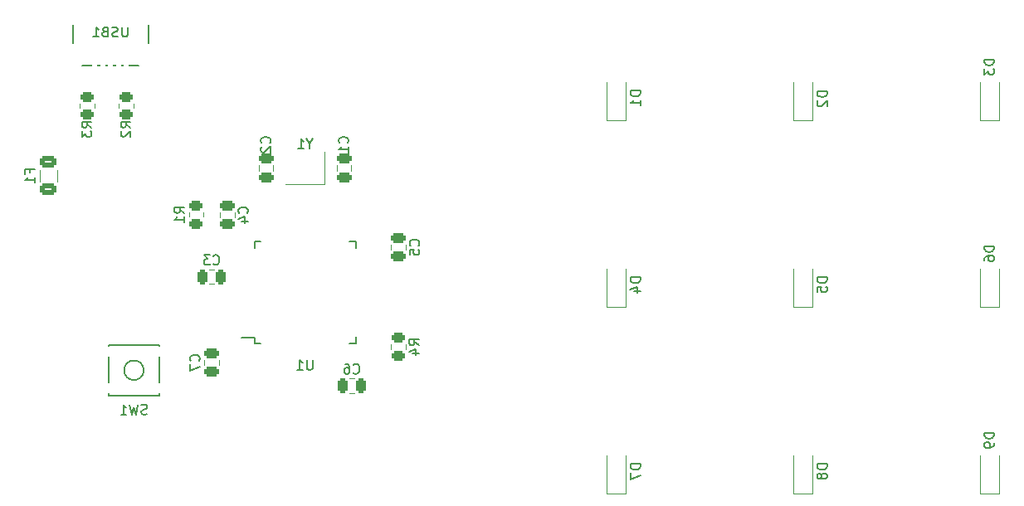
<source format=gbo>
%TF.GenerationSoftware,KiCad,Pcbnew,(6.0.9)*%
%TF.CreationDate,2022-11-30T16:04:33-07:00*%
%TF.ProjectId,nepcropad,6e657063-726f-4706-9164-2e6b69636164,rev?*%
%TF.SameCoordinates,Original*%
%TF.FileFunction,Legend,Bot*%
%TF.FilePolarity,Positive*%
%FSLAX46Y46*%
G04 Gerber Fmt 4.6, Leading zero omitted, Abs format (unit mm)*
G04 Created by KiCad (PCBNEW (6.0.9)) date 2022-11-30 16:04:33*
%MOMM*%
%LPD*%
G01*
G04 APERTURE LIST*
G04 Aperture macros list*
%AMRoundRect*
0 Rectangle with rounded corners*
0 $1 Rounding radius*
0 $2 $3 $4 $5 $6 $7 $8 $9 X,Y pos of 4 corners*
0 Add a 4 corners polygon primitive as box body*
4,1,4,$2,$3,$4,$5,$6,$7,$8,$9,$2,$3,0*
0 Add four circle primitives for the rounded corners*
1,1,$1+$1,$2,$3*
1,1,$1+$1,$4,$5*
1,1,$1+$1,$6,$7*
1,1,$1+$1,$8,$9*
0 Add four rect primitives between the rounded corners*
20,1,$1+$1,$2,$3,$4,$5,0*
20,1,$1+$1,$4,$5,$6,$7,0*
20,1,$1+$1,$6,$7,$8,$9,0*
20,1,$1+$1,$8,$9,$2,$3,0*%
%AMHorizOval*
0 Thick line with rounded ends*
0 $1 width*
0 $2 $3 position (X,Y) of the first rounded end (center of the circle)*
0 $4 $5 position (X,Y) of the second rounded end (center of the circle)*
0 Add line between two ends*
20,1,$1,$2,$3,$4,$5,0*
0 Add two circle primitives to create the rounded ends*
1,1,$1,$2,$3*
1,1,$1,$4,$5*%
G04 Aperture macros list end*
%ADD10C,0.150000*%
%ADD11C,0.120000*%
%ADD12C,1.750000*%
%ADD13C,3.987800*%
%ADD14HorizOval,2.250000X0.655001X0.730000X-0.655001X-0.730000X0*%
%ADD15C,2.250000*%
%ADD16HorizOval,2.250000X0.020000X0.290000X-0.020000X-0.290000X0*%
%ADD17R,1.200000X0.900000*%
%ADD18RoundRect,0.250000X0.250000X0.475000X-0.250000X0.475000X-0.250000X-0.475000X0.250000X-0.475000X0*%
%ADD19RoundRect,0.250000X-0.450000X0.262500X-0.450000X-0.262500X0.450000X-0.262500X0.450000X0.262500X0*%
%ADD20RoundRect,0.250000X-0.625000X0.375000X-0.625000X-0.375000X0.625000X-0.375000X0.625000X0.375000X0*%
%ADD21R,0.500000X2.250000*%
%ADD22O,1.700000X2.700000*%
%ADD23R,1.800000X1.100000*%
%ADD24RoundRect,0.250000X-0.475000X0.250000X-0.475000X-0.250000X0.475000X-0.250000X0.475000X0.250000X0*%
%ADD25RoundRect,0.250000X0.475000X-0.250000X0.475000X0.250000X-0.475000X0.250000X-0.475000X-0.250000X0*%
%ADD26R,1.500000X0.550000*%
%ADD27R,0.550000X1.500000*%
%ADD28R,1.400000X1.200000*%
%ADD29RoundRect,0.250000X0.450000X-0.262500X0.450000X0.262500X-0.450000X0.262500X-0.450000X-0.262500X0*%
G04 APERTURE END LIST*
D10*
%TO.C,D2*%
X164377380Y-70761904D02*
X163377380Y-70761904D01*
X163377380Y-71000000D01*
X163425000Y-71142857D01*
X163520238Y-71238095D01*
X163615476Y-71285714D01*
X163805952Y-71333333D01*
X163948809Y-71333333D01*
X164139285Y-71285714D01*
X164234523Y-71238095D01*
X164329761Y-71142857D01*
X164377380Y-71000000D01*
X164377380Y-70761904D01*
X163472619Y-71714285D02*
X163425000Y-71761904D01*
X163377380Y-71857142D01*
X163377380Y-72095238D01*
X163425000Y-72190476D01*
X163472619Y-72238095D01*
X163567857Y-72285714D01*
X163663095Y-72285714D01*
X163805952Y-72238095D01*
X164377380Y-71666666D01*
X164377380Y-72285714D01*
%TO.C,D5*%
X164377380Y-89749404D02*
X163377380Y-89749404D01*
X163377380Y-89987500D01*
X163425000Y-90130357D01*
X163520238Y-90225595D01*
X163615476Y-90273214D01*
X163805952Y-90320833D01*
X163948809Y-90320833D01*
X164139285Y-90273214D01*
X164234523Y-90225595D01*
X164329761Y-90130357D01*
X164377380Y-89987500D01*
X164377380Y-89749404D01*
X163377380Y-91225595D02*
X163377380Y-90749404D01*
X163853571Y-90701785D01*
X163805952Y-90749404D01*
X163758333Y-90844642D01*
X163758333Y-91082738D01*
X163805952Y-91177976D01*
X163853571Y-91225595D01*
X163948809Y-91273214D01*
X164186904Y-91273214D01*
X164282142Y-91225595D01*
X164329761Y-91177976D01*
X164377380Y-91082738D01*
X164377380Y-90844642D01*
X164329761Y-90749404D01*
X164282142Y-90701785D01*
%TO.C,D4*%
X145327380Y-89749404D02*
X144327380Y-89749404D01*
X144327380Y-89987500D01*
X144375000Y-90130357D01*
X144470238Y-90225595D01*
X144565476Y-90273214D01*
X144755952Y-90320833D01*
X144898809Y-90320833D01*
X145089285Y-90273214D01*
X145184523Y-90225595D01*
X145279761Y-90130357D01*
X145327380Y-89987500D01*
X145327380Y-89749404D01*
X144660714Y-91177976D02*
X145327380Y-91177976D01*
X144279761Y-90939880D02*
X144994047Y-90701785D01*
X144994047Y-91320833D01*
%TO.C,C3*%
X101766666Y-88370892D02*
X101814285Y-88418511D01*
X101957142Y-88466130D01*
X102052380Y-88466130D01*
X102195238Y-88418511D01*
X102290476Y-88323273D01*
X102338095Y-88228035D01*
X102385714Y-88037559D01*
X102385714Y-87894702D01*
X102338095Y-87704226D01*
X102290476Y-87608988D01*
X102195238Y-87513750D01*
X102052380Y-87466130D01*
X101957142Y-87466130D01*
X101814285Y-87513750D01*
X101766666Y-87561369D01*
X101433333Y-87466130D02*
X100814285Y-87466130D01*
X101147619Y-87847083D01*
X101004761Y-87847083D01*
X100909523Y-87894702D01*
X100861904Y-87942321D01*
X100814285Y-88037559D01*
X100814285Y-88275654D01*
X100861904Y-88370892D01*
X100909523Y-88418511D01*
X101004761Y-88466130D01*
X101290476Y-88466130D01*
X101385714Y-88418511D01*
X101433333Y-88370892D01*
%TO.C,D6*%
X181427380Y-86574404D02*
X180427380Y-86574404D01*
X180427380Y-86812500D01*
X180475000Y-86955357D01*
X180570238Y-87050595D01*
X180665476Y-87098214D01*
X180855952Y-87145833D01*
X180998809Y-87145833D01*
X181189285Y-87098214D01*
X181284523Y-87050595D01*
X181379761Y-86955357D01*
X181427380Y-86812500D01*
X181427380Y-86574404D01*
X180427380Y-88002976D02*
X180427380Y-87812500D01*
X180475000Y-87717261D01*
X180522619Y-87669642D01*
X180665476Y-87574404D01*
X180855952Y-87526785D01*
X181236904Y-87526785D01*
X181332142Y-87574404D01*
X181379761Y-87622023D01*
X181427380Y-87717261D01*
X181427380Y-87907738D01*
X181379761Y-88002976D01*
X181332142Y-88050595D01*
X181236904Y-88098214D01*
X180998809Y-88098214D01*
X180903571Y-88050595D01*
X180855952Y-88002976D01*
X180808333Y-87907738D01*
X180808333Y-87717261D01*
X180855952Y-87622023D01*
X180903571Y-87574404D01*
X180998809Y-87526785D01*
%TO.C,R2*%
X93321130Y-74445833D02*
X92844940Y-74112500D01*
X93321130Y-73874404D02*
X92321130Y-73874404D01*
X92321130Y-74255357D01*
X92368750Y-74350595D01*
X92416369Y-74398214D01*
X92511607Y-74445833D01*
X92654464Y-74445833D01*
X92749702Y-74398214D01*
X92797321Y-74350595D01*
X92844940Y-74255357D01*
X92844940Y-73874404D01*
X92416369Y-74826785D02*
X92368750Y-74874404D01*
X92321130Y-74969642D01*
X92321130Y-75207738D01*
X92368750Y-75302976D01*
X92416369Y-75350595D01*
X92511607Y-75398214D01*
X92606845Y-75398214D01*
X92749702Y-75350595D01*
X93321130Y-74779166D01*
X93321130Y-75398214D01*
%TO.C,D7*%
X145327380Y-108799404D02*
X144327380Y-108799404D01*
X144327380Y-109037500D01*
X144375000Y-109180357D01*
X144470238Y-109275595D01*
X144565476Y-109323214D01*
X144755952Y-109370833D01*
X144898809Y-109370833D01*
X145089285Y-109323214D01*
X145184523Y-109275595D01*
X145279761Y-109180357D01*
X145327380Y-109037500D01*
X145327380Y-108799404D01*
X144327380Y-109704166D02*
X144327380Y-110370833D01*
X145327380Y-109942261D01*
%TO.C,R3*%
X89352380Y-74445833D02*
X88876190Y-74112500D01*
X89352380Y-73874404D02*
X88352380Y-73874404D01*
X88352380Y-74255357D01*
X88400000Y-74350595D01*
X88447619Y-74398214D01*
X88542857Y-74445833D01*
X88685714Y-74445833D01*
X88780952Y-74398214D01*
X88828571Y-74350595D01*
X88876190Y-74255357D01*
X88876190Y-73874404D01*
X88352380Y-74779166D02*
X88352380Y-75398214D01*
X88733333Y-75064880D01*
X88733333Y-75207738D01*
X88780952Y-75302976D01*
X88828571Y-75350595D01*
X88923809Y-75398214D01*
X89161904Y-75398214D01*
X89257142Y-75350595D01*
X89304761Y-75302976D01*
X89352380Y-75207738D01*
X89352380Y-74922023D01*
X89304761Y-74826785D01*
X89257142Y-74779166D01*
%TO.C,F1*%
X83039821Y-79041666D02*
X83039821Y-78708333D01*
X83563630Y-78708333D02*
X82563630Y-78708333D01*
X82563630Y-79184523D01*
X83563630Y-80089285D02*
X83563630Y-79517857D01*
X83563630Y-79803571D02*
X82563630Y-79803571D01*
X82706488Y-79708333D01*
X82801726Y-79613095D01*
X82849345Y-79517857D01*
%TO.C,USB1*%
X93019345Y-64190630D02*
X93019345Y-65000154D01*
X92971726Y-65095392D01*
X92924107Y-65143011D01*
X92828869Y-65190630D01*
X92638392Y-65190630D01*
X92543154Y-65143011D01*
X92495535Y-65095392D01*
X92447916Y-65000154D01*
X92447916Y-64190630D01*
X92019345Y-65143011D02*
X91876488Y-65190630D01*
X91638392Y-65190630D01*
X91543154Y-65143011D01*
X91495535Y-65095392D01*
X91447916Y-65000154D01*
X91447916Y-64904916D01*
X91495535Y-64809678D01*
X91543154Y-64762059D01*
X91638392Y-64714440D01*
X91828869Y-64666821D01*
X91924107Y-64619202D01*
X91971726Y-64571583D01*
X92019345Y-64476345D01*
X92019345Y-64381107D01*
X91971726Y-64285869D01*
X91924107Y-64238250D01*
X91828869Y-64190630D01*
X91590773Y-64190630D01*
X91447916Y-64238250D01*
X90686011Y-64666821D02*
X90543154Y-64714440D01*
X90495535Y-64762059D01*
X90447916Y-64857297D01*
X90447916Y-65000154D01*
X90495535Y-65095392D01*
X90543154Y-65143011D01*
X90638392Y-65190630D01*
X91019345Y-65190630D01*
X91019345Y-64190630D01*
X90686011Y-64190630D01*
X90590773Y-64238250D01*
X90543154Y-64285869D01*
X90495535Y-64381107D01*
X90495535Y-64476345D01*
X90543154Y-64571583D01*
X90590773Y-64619202D01*
X90686011Y-64666821D01*
X91019345Y-64666821D01*
X89495535Y-65190630D02*
X90066964Y-65190630D01*
X89781250Y-65190630D02*
X89781250Y-64190630D01*
X89876488Y-64333488D01*
X89971726Y-64428726D01*
X90066964Y-64476345D01*
%TO.C,SW1*%
X94995833Y-103687511D02*
X94852976Y-103735130D01*
X94614880Y-103735130D01*
X94519642Y-103687511D01*
X94472023Y-103639892D01*
X94424404Y-103544654D01*
X94424404Y-103449416D01*
X94472023Y-103354178D01*
X94519642Y-103306559D01*
X94614880Y-103258940D01*
X94805357Y-103211321D01*
X94900595Y-103163702D01*
X94948214Y-103116083D01*
X94995833Y-103020845D01*
X94995833Y-102925607D01*
X94948214Y-102830369D01*
X94900595Y-102782750D01*
X94805357Y-102735130D01*
X94567261Y-102735130D01*
X94424404Y-102782750D01*
X94091071Y-102735130D02*
X93852976Y-103735130D01*
X93662500Y-103020845D01*
X93472023Y-103735130D01*
X93233928Y-102735130D01*
X92329166Y-103735130D02*
X92900595Y-103735130D01*
X92614880Y-103735130D02*
X92614880Y-102735130D01*
X92710119Y-102877988D01*
X92805357Y-102973226D01*
X92900595Y-103020845D01*
%TO.C,C7*%
X100277142Y-98258333D02*
X100324761Y-98210714D01*
X100372380Y-98067857D01*
X100372380Y-97972619D01*
X100324761Y-97829761D01*
X100229523Y-97734523D01*
X100134285Y-97686904D01*
X99943809Y-97639285D01*
X99800952Y-97639285D01*
X99610476Y-97686904D01*
X99515238Y-97734523D01*
X99420000Y-97829761D01*
X99372380Y-97972619D01*
X99372380Y-98067857D01*
X99420000Y-98210714D01*
X99467619Y-98258333D01*
X99372380Y-98591666D02*
X99372380Y-99258333D01*
X100372380Y-98829761D01*
%TO.C,R1*%
X98814880Y-83177083D02*
X98338690Y-82843750D01*
X98814880Y-82605654D02*
X97814880Y-82605654D01*
X97814880Y-82986607D01*
X97862500Y-83081845D01*
X97910119Y-83129464D01*
X98005357Y-83177083D01*
X98148214Y-83177083D01*
X98243452Y-83129464D01*
X98291071Y-83081845D01*
X98338690Y-82986607D01*
X98338690Y-82605654D01*
X98814880Y-84129464D02*
X98814880Y-83558035D01*
X98814880Y-83843750D02*
X97814880Y-83843750D01*
X97957738Y-83748511D01*
X98052976Y-83653273D01*
X98100595Y-83558035D01*
%TO.C,D1*%
X145327380Y-70699404D02*
X144327380Y-70699404D01*
X144327380Y-70937500D01*
X144375000Y-71080357D01*
X144470238Y-71175595D01*
X144565476Y-71223214D01*
X144755952Y-71270833D01*
X144898809Y-71270833D01*
X145089285Y-71223214D01*
X145184523Y-71175595D01*
X145279761Y-71080357D01*
X145327380Y-70937500D01*
X145327380Y-70699404D01*
X145327380Y-72223214D02*
X145327380Y-71651785D01*
X145327380Y-71937500D02*
X144327380Y-71937500D01*
X144470238Y-71842261D01*
X144565476Y-71747023D01*
X144613095Y-71651785D01*
%TO.C,D3*%
X181427380Y-67524404D02*
X180427380Y-67524404D01*
X180427380Y-67762500D01*
X180475000Y-67905357D01*
X180570238Y-68000595D01*
X180665476Y-68048214D01*
X180855952Y-68095833D01*
X180998809Y-68095833D01*
X181189285Y-68048214D01*
X181284523Y-68000595D01*
X181379761Y-67905357D01*
X181427380Y-67762500D01*
X181427380Y-67524404D01*
X180427380Y-68429166D02*
X180427380Y-69048214D01*
X180808333Y-68714880D01*
X180808333Y-68857738D01*
X180855952Y-68952976D01*
X180903571Y-69000595D01*
X180998809Y-69048214D01*
X181236904Y-69048214D01*
X181332142Y-69000595D01*
X181379761Y-68952976D01*
X181427380Y-68857738D01*
X181427380Y-68572023D01*
X181379761Y-68476785D01*
X181332142Y-68429166D01*
%TO.C,C5*%
X122687142Y-86508333D02*
X122734761Y-86460714D01*
X122782380Y-86317857D01*
X122782380Y-86222619D01*
X122734761Y-86079761D01*
X122639523Y-85984523D01*
X122544285Y-85936904D01*
X122353809Y-85889285D01*
X122210952Y-85889285D01*
X122020476Y-85936904D01*
X121925238Y-85984523D01*
X121830000Y-86079761D01*
X121782380Y-86222619D01*
X121782380Y-86317857D01*
X121830000Y-86460714D01*
X121877619Y-86508333D01*
X121782380Y-87413095D02*
X121782380Y-86936904D01*
X122258571Y-86889285D01*
X122210952Y-86936904D01*
X122163333Y-87032142D01*
X122163333Y-87270238D01*
X122210952Y-87365476D01*
X122258571Y-87413095D01*
X122353809Y-87460714D01*
X122591904Y-87460714D01*
X122687142Y-87413095D01*
X122734761Y-87365476D01*
X122782380Y-87270238D01*
X122782380Y-87032142D01*
X122734761Y-86936904D01*
X122687142Y-86889285D01*
%TO.C,U1*%
X111886904Y-98183630D02*
X111886904Y-98993154D01*
X111839285Y-99088392D01*
X111791666Y-99136011D01*
X111696428Y-99183630D01*
X111505952Y-99183630D01*
X111410714Y-99136011D01*
X111363095Y-99088392D01*
X111315476Y-98993154D01*
X111315476Y-98183630D01*
X110315476Y-99183630D02*
X110886904Y-99183630D01*
X110601190Y-99183630D02*
X110601190Y-98183630D01*
X110696428Y-98326488D01*
X110791666Y-98421726D01*
X110886904Y-98469345D01*
%TO.C,C4*%
X105224642Y-83177083D02*
X105272261Y-83129464D01*
X105319880Y-82986607D01*
X105319880Y-82891369D01*
X105272261Y-82748511D01*
X105177023Y-82653273D01*
X105081785Y-82605654D01*
X104891309Y-82558035D01*
X104748452Y-82558035D01*
X104557976Y-82605654D01*
X104462738Y-82653273D01*
X104367500Y-82748511D01*
X104319880Y-82891369D01*
X104319880Y-82986607D01*
X104367500Y-83129464D01*
X104415119Y-83177083D01*
X104653214Y-84034226D02*
X105319880Y-84034226D01*
X104272261Y-83796130D02*
X104986547Y-83558035D01*
X104986547Y-84177083D01*
%TO.C,D8*%
X164377380Y-108799404D02*
X163377380Y-108799404D01*
X163377380Y-109037500D01*
X163425000Y-109180357D01*
X163520238Y-109275595D01*
X163615476Y-109323214D01*
X163805952Y-109370833D01*
X163948809Y-109370833D01*
X164139285Y-109323214D01*
X164234523Y-109275595D01*
X164329761Y-109180357D01*
X164377380Y-109037500D01*
X164377380Y-108799404D01*
X163805952Y-109942261D02*
X163758333Y-109847023D01*
X163710714Y-109799404D01*
X163615476Y-109751785D01*
X163567857Y-109751785D01*
X163472619Y-109799404D01*
X163425000Y-109847023D01*
X163377380Y-109942261D01*
X163377380Y-110132738D01*
X163425000Y-110227976D01*
X163472619Y-110275595D01*
X163567857Y-110323214D01*
X163615476Y-110323214D01*
X163710714Y-110275595D01*
X163758333Y-110227976D01*
X163805952Y-110132738D01*
X163805952Y-109942261D01*
X163853571Y-109847023D01*
X163901190Y-109799404D01*
X163996428Y-109751785D01*
X164186904Y-109751785D01*
X164282142Y-109799404D01*
X164329761Y-109847023D01*
X164377380Y-109942261D01*
X164377380Y-110132738D01*
X164329761Y-110227976D01*
X164282142Y-110275595D01*
X164186904Y-110323214D01*
X163996428Y-110323214D01*
X163901190Y-110275595D01*
X163853571Y-110227976D01*
X163805952Y-110132738D01*
%TO.C,C2*%
X107513392Y-76033333D02*
X107561011Y-75985714D01*
X107608630Y-75842857D01*
X107608630Y-75747619D01*
X107561011Y-75604761D01*
X107465773Y-75509523D01*
X107370535Y-75461904D01*
X107180059Y-75414285D01*
X107037202Y-75414285D01*
X106846726Y-75461904D01*
X106751488Y-75509523D01*
X106656250Y-75604761D01*
X106608630Y-75747619D01*
X106608630Y-75842857D01*
X106656250Y-75985714D01*
X106703869Y-76033333D01*
X106703869Y-76414285D02*
X106656250Y-76461904D01*
X106608630Y-76557142D01*
X106608630Y-76795238D01*
X106656250Y-76890476D01*
X106703869Y-76938095D01*
X106799107Y-76985714D01*
X106894345Y-76985714D01*
X107037202Y-76938095D01*
X107608630Y-76366666D01*
X107608630Y-76985714D01*
%TO.C,Y1*%
X111601190Y-76107440D02*
X111601190Y-76583630D01*
X111934523Y-75583630D02*
X111601190Y-76107440D01*
X111267857Y-75583630D01*
X110410714Y-76583630D02*
X110982142Y-76583630D01*
X110696428Y-76583630D02*
X110696428Y-75583630D01*
X110791666Y-75726488D01*
X110886904Y-75821726D01*
X110982142Y-75869345D01*
%TO.C,R4*%
X122752380Y-96670833D02*
X122276190Y-96337500D01*
X122752380Y-96099404D02*
X121752380Y-96099404D01*
X121752380Y-96480357D01*
X121800000Y-96575595D01*
X121847619Y-96623214D01*
X121942857Y-96670833D01*
X122085714Y-96670833D01*
X122180952Y-96623214D01*
X122228571Y-96575595D01*
X122276190Y-96480357D01*
X122276190Y-96099404D01*
X122085714Y-97527976D02*
X122752380Y-97527976D01*
X121704761Y-97289880D02*
X122419047Y-97051785D01*
X122419047Y-97670833D01*
%TO.C,C1*%
X115450892Y-76033333D02*
X115498511Y-75985714D01*
X115546130Y-75842857D01*
X115546130Y-75747619D01*
X115498511Y-75604761D01*
X115403273Y-75509523D01*
X115308035Y-75461904D01*
X115117559Y-75414285D01*
X114974702Y-75414285D01*
X114784226Y-75461904D01*
X114688988Y-75509523D01*
X114593750Y-75604761D01*
X114546130Y-75747619D01*
X114546130Y-75842857D01*
X114593750Y-75985714D01*
X114641369Y-76033333D01*
X115546130Y-76985714D02*
X115546130Y-76414285D01*
X115546130Y-76700000D02*
X114546130Y-76700000D01*
X114688988Y-76604761D01*
X114784226Y-76509523D01*
X114831845Y-76414285D01*
%TO.C,C6*%
X116054166Y-99483392D02*
X116101785Y-99531011D01*
X116244642Y-99578630D01*
X116339880Y-99578630D01*
X116482738Y-99531011D01*
X116577976Y-99435773D01*
X116625595Y-99340535D01*
X116673214Y-99150059D01*
X116673214Y-99007202D01*
X116625595Y-98816726D01*
X116577976Y-98721488D01*
X116482738Y-98626250D01*
X116339880Y-98578630D01*
X116244642Y-98578630D01*
X116101785Y-98626250D01*
X116054166Y-98673869D01*
X115197023Y-98578630D02*
X115387500Y-98578630D01*
X115482738Y-98626250D01*
X115530357Y-98673869D01*
X115625595Y-98816726D01*
X115673214Y-99007202D01*
X115673214Y-99388154D01*
X115625595Y-99483392D01*
X115577976Y-99531011D01*
X115482738Y-99578630D01*
X115292261Y-99578630D01*
X115197023Y-99531011D01*
X115149404Y-99483392D01*
X115101785Y-99388154D01*
X115101785Y-99150059D01*
X115149404Y-99054821D01*
X115197023Y-99007202D01*
X115292261Y-98959583D01*
X115482738Y-98959583D01*
X115577976Y-99007202D01*
X115625595Y-99054821D01*
X115673214Y-99150059D01*
%TO.C,D9*%
X181427380Y-105624404D02*
X180427380Y-105624404D01*
X180427380Y-105862500D01*
X180475000Y-106005357D01*
X180570238Y-106100595D01*
X180665476Y-106148214D01*
X180855952Y-106195833D01*
X180998809Y-106195833D01*
X181189285Y-106148214D01*
X181284523Y-106100595D01*
X181379761Y-106005357D01*
X181427380Y-105862500D01*
X181427380Y-105624404D01*
X181427380Y-106672023D02*
X181427380Y-106862500D01*
X181379761Y-106957738D01*
X181332142Y-107005357D01*
X181189285Y-107100595D01*
X180998809Y-107148214D01*
X180617857Y-107148214D01*
X180522619Y-107100595D01*
X180475000Y-107052976D01*
X180427380Y-106957738D01*
X180427380Y-106767261D01*
X180475000Y-106672023D01*
X180522619Y-106624404D01*
X180617857Y-106576785D01*
X180855952Y-106576785D01*
X180951190Y-106624404D01*
X180998809Y-106672023D01*
X181046428Y-106767261D01*
X181046428Y-106957738D01*
X180998809Y-107052976D01*
X180951190Y-107100595D01*
X180855952Y-107148214D01*
D11*
%TO.C,D2*%
X162925000Y-73750000D02*
X160925000Y-73750000D01*
X162925000Y-73750000D02*
X162925000Y-69850000D01*
X160925000Y-73750000D02*
X160925000Y-69850000D01*
%TO.C,D5*%
X160925000Y-92737500D02*
X160925000Y-88837500D01*
X162925000Y-92737500D02*
X162925000Y-88837500D01*
X162925000Y-92737500D02*
X160925000Y-92737500D01*
%TO.C,D4*%
X143875000Y-92737500D02*
X141875000Y-92737500D01*
X141875000Y-92737500D02*
X141875000Y-88837500D01*
X143875000Y-92737500D02*
X143875000Y-88837500D01*
%TO.C,C3*%
X101861252Y-88958750D02*
X101338748Y-88958750D01*
X101861252Y-90428750D02*
X101338748Y-90428750D01*
%TO.C,D6*%
X181975000Y-92737500D02*
X181975000Y-88837500D01*
X181975000Y-92737500D02*
X179975000Y-92737500D01*
X179975000Y-92737500D02*
X179975000Y-88837500D01*
%TO.C,R2*%
X92133750Y-72004186D02*
X92133750Y-72458314D01*
X93603750Y-72004186D02*
X93603750Y-72458314D01*
%TO.C,D7*%
X143875000Y-111787500D02*
X143875000Y-107887500D01*
X143875000Y-111787500D02*
X141875000Y-111787500D01*
X141875000Y-111787500D02*
X141875000Y-107887500D01*
%TO.C,R3*%
X89635000Y-72004186D02*
X89635000Y-72458314D01*
X88165000Y-72004186D02*
X88165000Y-72458314D01*
%TO.C,F1*%
X84021250Y-78772936D02*
X84021250Y-79977064D01*
X85841250Y-78772936D02*
X85841250Y-79977064D01*
D10*
%TO.C,USB1*%
X95131250Y-62706250D02*
X95131250Y-68156250D01*
X87431250Y-68156250D02*
X95131250Y-68156250D01*
X87431250Y-62706250D02*
X87431250Y-68156250D01*
%TO.C,SW1*%
X96262500Y-96618750D02*
X91062500Y-96618750D01*
X96262500Y-101818750D02*
X96262500Y-96618750D01*
X91062500Y-96618750D02*
X91062500Y-101818750D01*
X91062500Y-101818750D02*
X96262500Y-101818750D01*
X94662500Y-99218750D02*
G75*
G03*
X94662500Y-99218750I-1000000J0D01*
G01*
D11*
%TO.C,C7*%
X100865000Y-98163748D02*
X100865000Y-98686252D01*
X102335000Y-98163748D02*
X102335000Y-98686252D01*
%TO.C,R1*%
X99277500Y-83116686D02*
X99277500Y-83570814D01*
X100747500Y-83116686D02*
X100747500Y-83570814D01*
%TO.C,D1*%
X143875000Y-73687500D02*
X141875000Y-73687500D01*
X143875000Y-73687500D02*
X143875000Y-69787500D01*
X141875000Y-73687500D02*
X141875000Y-69787500D01*
%TO.C,D3*%
X181975000Y-73687500D02*
X181975000Y-69787500D01*
X181975000Y-73687500D02*
X179975000Y-73687500D01*
X179975000Y-73687500D02*
X179975000Y-69787500D01*
%TO.C,C5*%
X121385000Y-86936252D02*
X121385000Y-86413748D01*
X119915000Y-86936252D02*
X119915000Y-86413748D01*
D10*
%TO.C,U1*%
X116300000Y-86106250D02*
X115625000Y-86106250D01*
X116300000Y-96456250D02*
X115625000Y-96456250D01*
X105950000Y-86106250D02*
X105950000Y-86781250D01*
X116300000Y-86106250D02*
X116300000Y-86781250D01*
X105950000Y-96456250D02*
X105950000Y-95881250D01*
X105950000Y-95881250D02*
X104675000Y-95881250D01*
X105950000Y-96456250D02*
X106625000Y-96456250D01*
X116300000Y-96456250D02*
X116300000Y-95781250D01*
X105950000Y-86106250D02*
X106625000Y-86106250D01*
D11*
%TO.C,C4*%
X103922500Y-83605002D02*
X103922500Y-83082498D01*
X102452500Y-83605002D02*
X102452500Y-83082498D01*
%TO.C,D8*%
X162925000Y-111787500D02*
X162925000Y-107887500D01*
X160925000Y-111787500D02*
X160925000Y-107887500D01*
X162925000Y-111787500D02*
X160925000Y-111787500D01*
%TO.C,C2*%
X106421250Y-78842502D02*
X106421250Y-78319998D01*
X107891250Y-78842502D02*
X107891250Y-78319998D01*
%TO.C,Y1*%
X113125000Y-80231250D02*
X109125000Y-80231250D01*
X113125000Y-76931250D02*
X113125000Y-80231250D01*
%TO.C,R4*%
X119915000Y-97064564D02*
X119915000Y-96610436D01*
X121385000Y-97064564D02*
X121385000Y-96610436D01*
%TO.C,C1*%
X114358750Y-78319998D02*
X114358750Y-78842502D01*
X115828750Y-78319998D02*
X115828750Y-78842502D01*
%TO.C,C6*%
X116148752Y-100071250D02*
X115626248Y-100071250D01*
X116148752Y-101541250D02*
X115626248Y-101541250D01*
%TO.C,D9*%
X181975000Y-111787500D02*
X181975000Y-107887500D01*
X179975000Y-111787500D02*
X179975000Y-107887500D01*
X181975000Y-111787500D02*
X179975000Y-111787500D01*
%TD*%
%LPC*%
D12*
%TO.C,MX7*%
X129857500Y-109537500D03*
X140017500Y-109537500D03*
D13*
X134937500Y-109537500D03*
D14*
X131782501Y-106267500D03*
D15*
X132437500Y-105537500D03*
X137477500Y-104457500D03*
D16*
X137457500Y-104747500D03*
%TD*%
D13*
%TO.C,MX4*%
X134937500Y-90487500D03*
D12*
X140017500Y-90487500D03*
X129857500Y-90487500D03*
D15*
X132437500Y-86487500D03*
D14*
X131782501Y-87217500D03*
D15*
X137477500Y-85407500D03*
D16*
X137457500Y-85697500D03*
%TD*%
D12*
%TO.C,MX3*%
X167957500Y-71437500D03*
X178117500Y-71437500D03*
D13*
X173037500Y-71437500D03*
D15*
X170537500Y-67437500D03*
D14*
X169882501Y-68167500D03*
D16*
X175557500Y-66647500D03*
D15*
X175577500Y-66357500D03*
%TD*%
D12*
%TO.C,MX1*%
X140017500Y-71437500D03*
X129857500Y-71437500D03*
D13*
X134937500Y-71437500D03*
D15*
X132437500Y-67437500D03*
D14*
X131782501Y-68167500D03*
D16*
X137457500Y-66647500D03*
D15*
X137477500Y-66357500D03*
%TD*%
D12*
%TO.C,MX6*%
X167957500Y-90487500D03*
X178117500Y-90487500D03*
D13*
X173037500Y-90487500D03*
D15*
X170537500Y-86487500D03*
D14*
X169882501Y-87217500D03*
D16*
X175557500Y-85697500D03*
D15*
X175577500Y-85407500D03*
%TD*%
D12*
%TO.C,MX8*%
X148907500Y-109537500D03*
D13*
X153987500Y-109537500D03*
D12*
X159067500Y-109537500D03*
D14*
X150832501Y-106267500D03*
D15*
X151487500Y-105537500D03*
X156527500Y-104457500D03*
D16*
X156507500Y-104747500D03*
%TD*%
D12*
%TO.C,MX2*%
X159067500Y-71437500D03*
X148907500Y-71437500D03*
D13*
X153987500Y-71437500D03*
D14*
X150832501Y-68167500D03*
D15*
X151487500Y-67437500D03*
D16*
X156507500Y-66647500D03*
D15*
X156527500Y-66357500D03*
%TD*%
D12*
%TO.C,MX9*%
X167957500Y-109537500D03*
D13*
X173037500Y-109537500D03*
D12*
X178117500Y-109537500D03*
D15*
X170537500Y-105537500D03*
D14*
X169882501Y-106267500D03*
D16*
X175557500Y-104747500D03*
D15*
X175577500Y-104457500D03*
%TD*%
D12*
%TO.C,MX5*%
X159067500Y-90487500D03*
X148907500Y-90487500D03*
D13*
X153987500Y-90487500D03*
D15*
X151487500Y-86487500D03*
D14*
X150832501Y-87217500D03*
D16*
X156507500Y-85697500D03*
D15*
X156527500Y-85407500D03*
%TD*%
D17*
%TO.C,D2*%
X161925000Y-73150000D03*
X161925000Y-69850000D03*
%TD*%
%TO.C,D5*%
X161925000Y-92137500D03*
X161925000Y-88837500D03*
%TD*%
%TO.C,D4*%
X142875000Y-92137500D03*
X142875000Y-88837500D03*
%TD*%
D18*
%TO.C,C3*%
X102550000Y-89693750D03*
X100650000Y-89693750D03*
%TD*%
D17*
%TO.C,D6*%
X180975000Y-92137500D03*
X180975000Y-88837500D03*
%TD*%
D19*
%TO.C,R2*%
X92868750Y-71318750D03*
X92868750Y-73143750D03*
%TD*%
D17*
%TO.C,D7*%
X142875000Y-111187500D03*
X142875000Y-107887500D03*
%TD*%
D19*
%TO.C,R3*%
X88900000Y-71318750D03*
X88900000Y-73143750D03*
%TD*%
D20*
%TO.C,F1*%
X84931250Y-77975000D03*
X84931250Y-80775000D03*
%TD*%
D21*
%TO.C,USB1*%
X92881250Y-67206250D03*
X92081250Y-67206250D03*
X91281250Y-67206250D03*
X90481250Y-67206250D03*
X89681250Y-67206250D03*
D22*
X94931250Y-67206250D03*
X94931250Y-62706250D03*
X87631250Y-62706250D03*
X87631250Y-67206250D03*
%TD*%
D23*
%TO.C,SW1*%
X90562500Y-101068750D03*
X96762500Y-97368750D03*
X90562500Y-97368750D03*
X96762500Y-101068750D03*
%TD*%
D24*
%TO.C,C7*%
X101600000Y-97475000D03*
X101600000Y-99375000D03*
%TD*%
D19*
%TO.C,R1*%
X100012500Y-82431250D03*
X100012500Y-84256250D03*
%TD*%
D17*
%TO.C,D1*%
X142875000Y-73087500D03*
X142875000Y-69787500D03*
%TD*%
%TO.C,D3*%
X180975000Y-73087500D03*
X180975000Y-69787500D03*
%TD*%
D25*
%TO.C,C5*%
X120650000Y-87625000D03*
X120650000Y-85725000D03*
%TD*%
D26*
%TO.C,U1*%
X105425000Y-95281250D03*
X105425000Y-94481250D03*
X105425000Y-93681250D03*
X105425000Y-92881250D03*
X105425000Y-92081250D03*
X105425000Y-91281250D03*
X105425000Y-90481250D03*
X105425000Y-89681250D03*
X105425000Y-88881250D03*
X105425000Y-88081250D03*
X105425000Y-87281250D03*
D27*
X107125000Y-85581250D03*
X107925000Y-85581250D03*
X108725000Y-85581250D03*
X109525000Y-85581250D03*
X110325000Y-85581250D03*
X111125000Y-85581250D03*
X111925000Y-85581250D03*
X112725000Y-85581250D03*
X113525000Y-85581250D03*
X114325000Y-85581250D03*
X115125000Y-85581250D03*
D26*
X116825000Y-87281250D03*
X116825000Y-88081250D03*
X116825000Y-88881250D03*
X116825000Y-89681250D03*
X116825000Y-90481250D03*
X116825000Y-91281250D03*
X116825000Y-92081250D03*
X116825000Y-92881250D03*
X116825000Y-93681250D03*
X116825000Y-94481250D03*
X116825000Y-95281250D03*
D27*
X115125000Y-96981250D03*
X114325000Y-96981250D03*
X113525000Y-96981250D03*
X112725000Y-96981250D03*
X111925000Y-96981250D03*
X111125000Y-96981250D03*
X110325000Y-96981250D03*
X109525000Y-96981250D03*
X108725000Y-96981250D03*
X107925000Y-96981250D03*
X107125000Y-96981250D03*
%TD*%
D25*
%TO.C,C4*%
X103187500Y-84293750D03*
X103187500Y-82393750D03*
%TD*%
D17*
%TO.C,D8*%
X161925000Y-111187500D03*
X161925000Y-107887500D03*
%TD*%
D25*
%TO.C,C2*%
X107156250Y-79531250D03*
X107156250Y-77631250D03*
%TD*%
D28*
%TO.C,Y1*%
X112225000Y-79431250D03*
X110025000Y-79431250D03*
X110025000Y-77731250D03*
X112225000Y-77731250D03*
%TD*%
D29*
%TO.C,R4*%
X120650000Y-97750000D03*
X120650000Y-95925000D03*
%TD*%
D24*
%TO.C,C1*%
X115093750Y-77631250D03*
X115093750Y-79531250D03*
%TD*%
D18*
%TO.C,C6*%
X116837500Y-100806250D03*
X114937500Y-100806250D03*
%TD*%
D17*
%TO.C,D9*%
X180975000Y-111187500D03*
X180975000Y-107887500D03*
%TD*%
M02*

</source>
